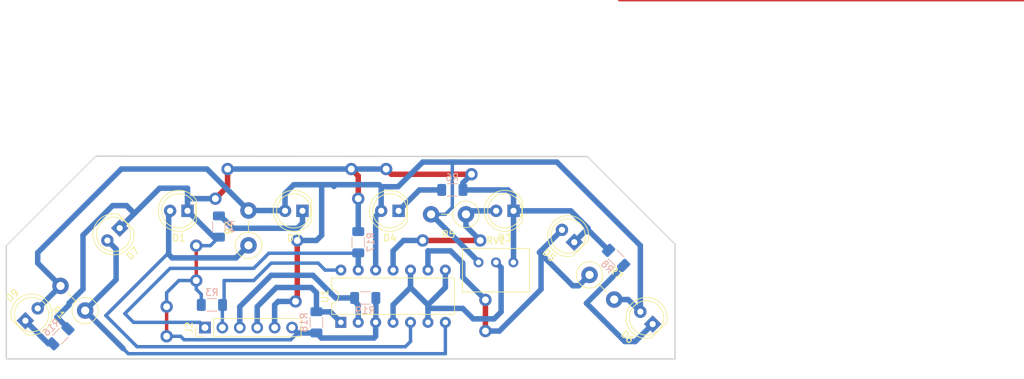
<source format=kicad_pcb>
(kicad_pcb (version 20221018) (generator pcbnew)
  (layers (0 "F.Cu" signal) (31 "B.Cu" signal) (34 "B.Paste" user) (35 "F.Paste" user) (36 "B.SilkS" user "B.Silkscreen") (37 "F.SilkS" user "F.Silkscreen") (38 "B.Mask" user) (39 "F.Mask" user) (44 "Edge.Cuts" user))
  (net 0 "")
  (net 1 "+5V")
  (net 2 "GND")
  (net 3 "Net-(D6-K)")
  (net 4 "Net-(D9-K)")
  (net 5 "/D4")
  (net 6 "/D3")
  (net 7 "/D2")
  (net 8 "/D1")
  (net 9 "Net-(J2-Pin_1)")
  (net 10 "Net-(J2-Pin_2)")
  (net 11 "Net-(J2-Pin_3)")
  (net 12 "Net-(J2-Pin_4)")
  (net 13 "Net-(U1A--)")
  (net 14 "Net-(D2-K)")
  (net 15 "Net-(D4-K)")
  (footprint "LED_THT:LED_D5.0mm" (layer "F.Cu") (at 95.793 84.582 180)
    (fp_text reference "D3" (at 1.27 -3.96) (layer "F.SilkS"))
    (fp_text value "IR RECEIVER")
    (fp_line (start -1.29 -1.545) (end -1.29 1.545) (stroke (width 0.12)) (layer "F.SilkS"))
    (fp_arc (start -1.29 -1.54483) (mid 2.072002 -2.880433) (end 4.26 0.000462) (stroke (width 0.12)) (layer "F.SilkS"))
    (fp_arc (start 4.26 -0.000462) (mid 2.072002 2.880433) (end -1.29 1.54483) (stroke (width 0.12)) (layer "F.SilkS"))
    (fp_circle (center 1.27 0) (end 3.77 0) (stroke (width 0.12)) (fill none) (layer "F.SilkS"))
    (pad "1" thru_hole rect (at 0 0 180) (size 1.8 1.8) (drill 0.9) (layers "*.Cu" "*.Mask") (net 1 "+5V"))
    (pad "2" thru_hole circle (at 2.54 0 180) (size 1.8 1.8) (drill 0.9) (layers "*.Cu" "*.Mask") (net 6 "/D3"))
  )
  (footprint "LED_THT:LED_D5.0mm" (layer "F.Cu") (at 48.26 84.582 180)
    (fp_text reference "D1" (at 1.27 -3.96) (layer "F.SilkS"))
    (fp_text value "IR RECEIVER")
    (fp_line (start -1.29 -1.545) (end -1.29 1.545) (stroke (width 0.12)) (layer "F.SilkS"))
    (fp_arc (start -1.29 -1.54483) (mid 2.072002 -2.880433) (end 4.26 0.000462) (stroke (width 0.12)) (layer "F.SilkS"))
    (fp_arc (start 4.26 -0.000462) (mid 2.072002 2.880433) (end -1.29 1.54483) (stroke (width 0.12)) (layer "F.SilkS"))
    (fp_circle (center 1.27 0) (end 3.77 0) (stroke (width 0.12)) (fill none) (layer "F.SilkS"))
    (pad "1" thru_hole rect (at 0 0 180) (size 1.8 1.8) (drill 0.9) (layers "*.Cu" "*.Mask") (net 1 "+5V"))
    (pad "2" thru_hole circle (at 2.54 0 180) (size 1.8 1.8) (drill 0.9) (layers "*.Cu" "*.Mask") (net 7 "/D2"))
  )
  (footprint "Package_DIP:DIP-14_W7.62mm" (layer "F.Cu") (at 70.612 100.838 90)
    (fp_text reference "U1" (at 3.81 -2.33 90) (layer "F.SilkS"))
    (fp_text value "LM339")
    (fp_line (start 1.16 -1.33) (end 1.16 16.57) (stroke (width 0.12)) (layer "F.SilkS"))
    (fp_line (start 1.16 16.57) (end 6.46 16.57) (stroke (width 0.12)) (layer "F.SilkS"))
    (fp_line (start 2.81 -1.33) (end 1.16 -1.33) (stroke (width 0.12)) (layer "F.SilkS"))
    (fp_line (start 6.46 -1.33) (end 4.81 -1.33) (stroke (width 0.12)) (layer "F.SilkS"))
    (fp_line (start 6.46 16.57) (end 6.46 -1.33) (stroke (width 0.12)) (layer "F.SilkS"))
    (fp_arc (start 4.81 -1.33) (mid 3.81 -0.33) (end 2.81 -1.33) (stroke (width 0.12)) (layer "F.SilkS"))
    (pad "1" thru_hole rect (at 0 0 90) (size 1.6 1.6) (drill 0.8) (layers "*.Cu" "*.Mask") (net 12 "Net-(J2-Pin_4)"))
    (pad "2" thru_hole oval (at 0 2.54 90) (size 1.6 1.6) (drill 0.8) (layers "*.Cu" "*.Mask") (net 11 "Net-(J2-Pin_3)"))
    (pad "3" thru_hole oval (at 0 5.08 90) (size 1.6 1.6) (drill 0.8) (layers "*.Cu" "*.Mask") (net 1 "+5V"))
    (pad "4" thru_hole oval (at 0 7.62 90) (size 1.6 1.6) (drill 0.8) (layers "*.Cu" "*.Mask") (net 13 "Net-(U1A--)"))
    (pad "5" thru_hole oval (at 0 10.16 90) (size 1.6 1.6) (drill 0.8) (layers "*.Cu" "*.Mask") (net 7 "/D2"))
    (pad "6" thru_hole oval (at 0 12.7 90) (size 1.6 1.6) (drill 0.8) (layers "*.Cu" "*.Mask") (net 13 "Net-(U1A--)"))
    (pad "7" thru_hole oval (at 0 15.24 90) (size 1.6 1.6) (drill 0.8) (layers "*.Cu" "*.Mask") (net 8 "/D1"))
    (pad "8" thru_hole oval (at 7.62 15.24 90) (size 1.6 1.6) (drill 0.8) (layers "*.Cu" "*.Mask") (net 13 "Net-(U1A--)"))
    (pad "9" thru_hole oval (at 7.62 12.7 90) (size 1.6 1.6) (drill 0.8) (layers "*.Cu" "*.Mask") (net 5 "/D4"))
    (pad "10" thru_hole oval (at 7.62 10.16 90) (size 1.6 1.6) (drill 0.8) (layers "*.Cu" "*.Mask") (net 13 "Net-(U1A--)"))
    (pad "11" thru_hole oval (at 7.62 7.62 90) (size 1.6 1.6) (drill 0.8) (layers "*.Cu" "*.Mask") (net 6 "/D3"))
    (pad "12" thru_hole oval (at 7.62 5.08 90) (size 1.6 1.6) (drill 0.8) (layers "*.Cu" "*.Mask") (net 2 "GND"))
    (pad "13" thru_hole oval (at 7.62 2.54 90) (size 1.6 1.6) (drill 0.8) (layers "*.Cu" "*.Mask") (net 9 "Net-(J2-Pin_1)"))
    (pad "14" thru_hole oval (at 7.62 0 90) (size 1.6 1.6) (drill 0.8) (layers "*.Cu" "*.Mask") (net 10 "Net-(J2-Pin_2)"))
  )
  (footprint "Resistor_THT:R_Axial_DIN0411_L9.9mm_D3.6mm_P5.08mm_Vertical" (layer "F.Cu") (at 57.15 89.616 90)
    (fp_text reference "R2" (at 2.54 -2.92 90) (layer "F.SilkS"))
    (fp_text value "10k")
    (fp_line (start 1.92 0) (end 3.58 0) (stroke (width 0.12)) (layer "F.SilkS"))
    (fp_circle (center 0 0) (end 1.92 0) (stroke (width 0.12)) (fill none) (layer "F.SilkS"))
    (pad "1" thru_hole circle (at 0 0 90) (size 2.4 2.4) (drill 1.2) (layers "*.Cu" "*.Mask") (net 7 "/D2"))
    (pad "2" thru_hole oval (at 5.08 0 90) (size 2.4 2.4) (drill 1.2) (layers "*.Cu" "*.Mask") (net 2 "GND"))
  )
  (footprint "Resistor_THT:R_Axial_DIN0411_L9.9mm_D3.6mm_P5.08mm_Vertical" (layer "F.Cu") (at 33.333919 99.119919 135)
    (fp_text reference "R1" (at 2.54 -2.92 135) (layer "F.SilkS"))
    (fp_text value "10k")
    (fp_line (start 1.92 0) (end 3.58 0) (stroke (width 0.12)) (layer "F.SilkS"))
    (fp_circle (center 0 0) (end 1.92 0) (stroke (width 0.12)) (fill none) (layer "F.SilkS"))
    (pad "1" thru_hole circle (at 0 0 135) (size 2.4 2.4) (drill 1.2) (layers "*.Cu" "*.Mask") (net 8 "/D1"))
    (pad "2" thru_hole oval (at 5.08 0 135) (size 2.4 2.4) (drill 1.2) (layers "*.Cu" "*.Mask") (net 2 "GND"))
  )
  (footprint "LED_THT:LED_D5.0mm" (layer "F.Cu") (at 65.019 84.582 180)
    (fp_text reference "D2" (at 1.27 -3.96) (layer "F.SilkS"))
    (fp_text value "IR TRANSMITTER")
    (fp_line (start -1.29 -1.545) (end -1.29 1.545) (stroke (width 0.12)) (layer "F.SilkS"))
    (fp_arc (start -1.29 -1.54483) (mid 2.072002 -2.880433) (end 4.26 0.000462) (stroke (width 0.12)) (layer "F.SilkS"))
    (fp_arc (start 4.26 -0.000462) (mid 2.072002 2.880433) (end -1.29 1.54483) (stroke (width 0.12)) (layer "F.SilkS"))
    (fp_circle (center 1.27 0) (end 3.77 0) (stroke (width 0.12)) (fill none) (layer "F.SilkS"))
    (pad "1" thru_hole rect (at 0 0 180) (size 1.8 1.8) (drill 0.9) (layers "*.Cu" "*.Mask") (net 14 "Net-(D2-K)"))
    (pad "2" thru_hole circle (at 2.54 0 180) (size 1.8 1.8) (drill 0.9) (layers "*.Cu" "*.Mask") (net 2 "GND"))
  )
  (footprint "LED_THT:LED_D5.0mm" (layer "F.Cu") (at 24.619949 100.602051 45)
    (fp_text reference "D9" (at 1.27 -3.96 45) (layer "F.SilkS"))
    (fp_text value "IR TRANSMITTER")
    (fp_line (start -1.29 -1.545) (end -1.29 1.545) (stroke (width 0.12)) (layer "F.SilkS"))
    (fp_arc (start -1.29 -1.54483) (mid 2.072002 -2.880433) (end 4.26 0.000462) (stroke (width 0.12)) (layer "F.SilkS"))
    (fp_arc (start 4.26 -0.000462) (mid 2.072001 2.880433) (end -1.29 1.54483) (stroke (width 0.12)) (layer "F.SilkS"))
    (fp_circle (center 1.27 0) (end 3.77 0) (stroke (width 0.12)) (fill none) (layer "F.SilkS"))
    (pad "1" thru_hole rect (at 0 0 45) (size 1.8 1.8) (drill 0.9) (layers "*.Cu" "*.Mask") (net 4 "Net-(D9-K)"))
    (pad "2" thru_hole circle (at 2.54 0 45) (size 1.8 1.8) (drill 0.9) (layers "*.Cu" "*.Mask") (net 2 "GND"))
  )
  (footprint "Resistor_THT:R_Axial_DIN0411_L9.9mm_D3.6mm_P5.08mm_Vertical" (layer "F.Cu") (at 106.874081 93.920081 -45)
    (fp_text reference "R7" (at 2.54 -2.92 135) (layer "F.SilkS"))
    (fp_text value "10k")
    (fp_line (start 1.92 0) (end 3.58 0) (stroke (width 0.12)) (layer "F.SilkS"))
    (fp_circle (center 0 0) (end 1.92 0) (stroke (width 0.12)) (fill none) (layer "F.SilkS"))
    (pad "1" thru_hole circle (at 0 0 315) (size 2.4 2.4) (drill 1.2) (layers "*.Cu" "*.Mask") (net 5 "/D4"))
    (pad "2" thru_hole oval (at 5.08 0 315) (size 2.4 2.4) (drill 1.2) (layers "*.Cu" "*.Mask") (net 2 "GND"))
  )
  (footprint "LED_THT:LED_D5.0mm" (layer "F.Cu") (at 104.648 89.154 135)
    (fp_text reference "D5" (at 1.27 -3.96 135) (layer "F.SilkS"))
    (fp_text value "IR RECEIVER")
    (fp_line (start -1.29 -1.545) (end -1.29 1.545) (stroke (width 0.12)) (layer "F.SilkS"))
    (fp_arc (start -1.29 -1.54483) (mid 2.072002 -2.880433) (end 4.26 0.000462) (stroke (width 0.12)) (layer "F.SilkS"))
    (fp_arc (start 4.26 -0.000462) (mid 2.072001 2.880433) (end -1.29 1.54483) (stroke (width 0.12)) (layer "F.SilkS"))
    (fp_circle (center 1.27 0) (end 3.77 0) (stroke (width 0.12)) (fill none) (layer "F.SilkS"))
    (pad "1" thru_hole rect (at 0 0 135) (size 1.8 1.8) (drill 0.9) (layers "*.Cu" "*.Mask") (net 1 "+5V"))
    (pad "2" thru_hole circle (at 2.54 0 135) (size 1.8 1.8) (drill 0.9) (layers "*.Cu" "*.Mask") (net 5 "/D4"))
  )
  (footprint "Potentiometer_THT:Potentiometer_Bourns_3299W_Vertical" (layer "F.Cu") (at 95.768 92.093)
    (fp_text reference "RV1" (at -2.54 -3.16) (layer "F.SilkS"))
    (fp_text value "R_Potentiometer")
    (fp_line (start -7.425 -2.03) (end -7.425 4.31) (stroke (width 0.12)) (layer "F.SilkS"))
    (fp_line (start -7.425 -2.03) (end 2.345 -2.03) (stroke (width 0.12)) (layer "F.SilkS"))
    (fp_line (start -7.425 4.31) (end 2.345 4.31) (stroke (width 0.12)) (layer "F.SilkS"))
    (fp_line (start 2.345 -2.03) (end 2.345 4.31) (stroke (width 0.12)) (layer "F.SilkS"))
    (pad "1" thru_hole circle (at 0 0) (size 1.44 1.44) (drill 0.8) (layers "*.Cu" "*.Mask") (net 1 "+5V"))
    (pad "2" thru_hole circle (at -2.54 0) (size 1.44 1.44) (drill 0.8) (layers "*.Cu" "*.Mask") (net 13 "Net-(U1A--)"))
    (pad "3" thru_hole circle (at -5.08 0) (size 1.44 1.44) (drill 0.8) (layers "*.Cu" "*.Mask") (net 2 "GND"))
  )
  (footprint "LED_THT:LED_D5.0mm" (layer "F.Cu") (at 79.034 84.582 180)
    (fp_text reference "D4" (at 1.27 -3.96) (layer "F.SilkS"))
    (fp_text value "IR TRANSMITTER")
    (fp_line (start -1.29 -1.545) (end -1.29 1.545) (stroke (width 0.12)) (layer "F.SilkS"))
    (fp_arc (start -1.29 -1.54483) (mid 2.072002 -2.880433) (end 4.26 0.000462) (stroke (width 0.12)) (layer "F.SilkS"))
    (fp_arc (start 4.26 -0.000462) (mid 2.072002 2.880433) (end -1.29 1.54483) (stroke (width 0.12)) (layer "F.SilkS"))
    (fp_circle (center 1.27 0) (end 3.77 0) (stroke (width 0.12)) (fill none) (layer "F.SilkS"))
    (pad "1" thru_hole rect (at 0 0 180) (size 1.8 1.8) (drill 0.9) (layers "*.Cu" "*.Mask") (net 15 "Net-(D4-K)"))
    (pad "2" thru_hole circle (at 2.54 0 180) (size 1.8 1.8) (drill 0.9) (layers "*.Cu" "*.Mask") (net 2 "GND"))
  )
  (footprint "LED_THT:LED_D5.0mm" (layer "F.Cu") (at 38.372051 87.103949 -135)
    (fp_text reference "D7" (at 1.27 -3.96 45) (layer "F.SilkS"))
    (fp_text value "IR RECEIVER")
    (fp_line (start -1.29 -1.545) (end -1.29 1.545) (stroke (width 0.12)) (layer "F.SilkS"))
    (fp_arc (start -1.29 -1.54483) (mid 2.072002 -2.880433) (end 4.26 0.000462) (stroke (width 0.12)) (layer "F.SilkS"))
    (fp_arc (start 4.26 -0.000462) (mid 2.072001 2.880433) (end -1.29 1.54483) (stroke (width 0.12)) (layer "F.SilkS"))
    (fp_circle (center 1.27 0) (end 3.77 0) (stroke (width 0.12)) (fill none) (layer "F.SilkS"))
    (pad "1" thru_hole rect (at 0 0 225) (size 1.8 1.8) (drill 0.9) (layers "*.Cu" "*.Mask") (net 1 "+5V"))
    (pad "2" thru_hole circle (at 2.54 0 225) (size 1.8 1.8) (drill 0.9) (layers "*.Cu" "*.Mask") (net 8 "/D1"))
  )
  (footprint "Resistor_THT:R_Axial_DIN0411_L9.9mm_D3.6mm_P5.08mm_Vertical" (layer "F.Cu") (at 88.854 85.09 180)
    (fp_text reference "R5" (at 2.54 -2.92) (layer "F.SilkS"))
    (fp_text value "10k")
    (fp_line (start 1.92 0) (end 3.58 0) (stroke (width 0.12)) (layer "F.SilkS"))
    (fp_circle (center 0 0) (end 1.92 0) (stroke (width 0.12)) (fill none) (layer "F.SilkS"))
    (pad "1" thru_hole circle (at 0 0 180) (size 2.4 2.4) (drill 1.2) (layers "*.Cu" "*.Mask") (net 6 "/D3"))
    (pad "2" thru_hole oval (at 5.08 0 180) (size 2.4 2.4) (drill 1.2) (layers "*.Cu" "*.Mask") (net 2 "GND"))
  )
  (footprint "LED_THT:LED_D5.0mm" (layer "F.Cu") (at 116.078 101.092 135)
    (fp_text reference "D6" (at 1.27 -3.96 135) (layer "F.SilkS"))
    (fp_text value "IR TRANSMITTER")
    (fp_line (start -1.29 -1.545) (end -1.29 1.545) (stroke (width 0.12)) (layer "F.SilkS"))
    (fp_arc (start -1.29 -1.54483) (mid 2.072002 -2.880433) (end 4.26 0.000462) (stroke (width 0.12)) (layer "F.SilkS"))
    (fp_arc (start 4.26 -0.000462) (mid 2.072001 2.880433) (end -1.29 1.54483) (stroke (width 0.12)) (layer "F.SilkS"))
    (fp_circle (center 1.27 0) (end 3.77 0) (stroke (width 0.12)) (fill none) (layer "F.SilkS"))
    (pad "1" thru_hole rect (at 0 0 135) (size 1.8 1.8) (drill 0.9) (layers "*.Cu" "*.Mask") (net 3 "Net-(D6-K)"))
    (pad "2" thru_hole circle (at 2.54 0 135) (size 1.8 1.8) (drill 0.9) (layers "*.Cu" "*.Mask") (net 2 "GND"))
  )
  (footprint "Connector_PinHeader_2.54mm:PinHeader_1x06_P2.54mm_Vertical" (layer "F.Cu") (at 50.8 101.6 90)
    (fp_text reference "J2" (at 0 -2.33 90) (layer "F.SilkS"))
    (fp_text value "Conn_01x06_Pin")
    (fp_line (start -1.33 -1.33) (end 0 -1.33) (stroke (width 0.12)) (layer "F.SilkS"))
    (fp_line (start -1.33 0) (end -1.33 -1.33) (stroke (width 0.12)) (layer "F.SilkS"))
    (fp_line (start -1.33 1.27) (end -1.33 14.03) (stroke (width 0.12)) (layer "F.SilkS"))
    (fp_line (start -1.33 1.27) (end 1.33 1.27) (stroke (width 0.12)) (layer "F.SilkS"))
    (fp_line (start -1.33 14.03) (end 1.33 14.03) (stroke (width 0.12)) (layer "F.SilkS"))
    (fp_line (start 1.33 1.27) (end 1.33 14.03) (stroke (width 0.12)) (layer "F.SilkS"))
    (pad "1" thru_hole rect (at 0 0 90) (size 1.7 1.7) (drill 1) (layers "*.Cu" "*.Mask") (net 9 "Net-(J2-Pin_1)"))
    (pad "2" thru_hole oval (at 0 2.54 90) (size 1.7 1.7) (drill 1) (layers "*.Cu" "*.Mask") (net 10 "Net-(J2-Pin_2)"))
    (pad "3" thru_hole oval (at 0 5.08 90) (size 1.7 1.7) (drill 1) (layers "*.Cu" "*.Mask") (net 11 "Net-(J2-Pin_3)"))
    (pad "4" thru_hole oval (at 0 7.62 90) (size 1.7 1.7) (drill 1) (layers "*.Cu" "*.Mask") (net 12 "Net-(J2-Pin_4)"))
    (pad "5" thru_hole oval (at 0 10.16 90) (size 1.7 1.7) (drill 1) (layers "*.Cu" "*.Mask") (net 2 "GND"))
    (pad "6" thru_hole oval (at 0 12.7 90) (size 1.7 1.7) (drill 1) (layers "*.Cu" "*.Mask") (net 1 "+5V"))
  )
  (footprint "Resistor_SMD:R_1206_3216Metric_Pad1.30x1.75mm_HandSolder" (layer "B.Cu") (at 51.816 98.298 180)
    (fp_text reference "R3" (at 0 1.82) (layer "B.SilkS") (effects (justify mirror)))
    (fp_text value "1k")
    (fp_line (start -0.727064 -0.91) (end 0.727064 -0.91) (stroke (width 0.12)) (layer "B.SilkS"))
    (fp_line (start -0.727064 0.91) (end 0.727064 0.91) (stroke (width 0.12)) (layer "B.SilkS"))
    (pad "1" smd roundrect (at -1.55 0 180) (size 1.3 1.75) (layers "B.Cu" "B.Paste" "B.Mask") (roundrect_rratio 0.192308) (net 10 "Net-(J2-Pin_2)"))
    (pad "2" smd roundrect (at 1.55 0 180) (size 1.3 1.75) (layers "B.Cu" "B.Paste" "B.Mask") (roundrect_rratio 0.192308) (net 1 "+5V"))
  )
  (footprint "Resistor_SMD:R_1206_3216Metric_Pad1.30x1.75mm_HandSolder" (layer "B.Cu") (at 52.832 86.868 90)
    (fp_text reference "R4" (at 0 1.82 90) (layer "B.SilkS") (effects (justify mirror)))
    (fp_text value "100")
    (fp_line (start -0.727064 -0.91) (end 0.727064 -0.91) (stroke (width 0.12)) (layer "B.SilkS"))
    (fp_line (start -0.727064 0.91) (end 0.727064 0.91) (stroke (width 0.12)) (layer "B.SilkS"))
    (pad "1" smd roundrect (at -1.55 0 90) (size 1.3 1.75) (layers "B.Cu" "B.Paste" "B.Mask") (roundrect_rratio 0.192308) (net 1 "+5V"))
    (pad "2" smd roundrect (at 1.55 0 90) (size 1.3 1.75) (layers "B.Cu" "B.Paste" "B.Mask") (roundrect_rratio 0.192308) (net 14 "Net-(D2-K)"))
  )
  (footprint "Resistor_SMD:R_1206_3216Metric_Pad1.30x1.75mm_HandSolder" (layer "B.Cu") (at 110.744 91.44 -45)
    (fp_text reference "R8" (at 0 1.82 135) (layer "B.SilkS") (effects (justify mirror)))
    (fp_text value "100")
    (fp_line (start -0.727064 -0.91) (end 0.727064 -0.91) (stroke (width 0.12)) (layer "B.SilkS"))
    (fp_line (start -0.727064 0.91) (end 0.727064 0.91) (stroke (width 0.12)) (layer "B.SilkS"))
    (pad "1" smd roundrect (at -1.55 0 315) (size 1.3 1.75) (layers "B.Cu" "B.Paste" "B.Mask") (roundrect_rratio 0.192308) (net 1 "+5V"))
    (pad "2" smd roundrect (at 1.55 0 315) (size 1.3 1.75) (layers "B.Cu" "B.Paste" "B.Mask") (roundrect_rratio 0.192308) (net 3 "Net-(D6-K)"))
  )
  (footprint "Resistor_SMD:R_1206_3216Metric_Pad1.30x1.75mm_HandSolder" (layer "B.Cu") (at 67.056 100.838 -90)
    (fp_text reference "R18" (at 0 1.82 90) (layer "B.SilkS") (effects (justify mirror)))
    (fp_text value "1k")
    (fp_line (start -0.727064 -0.91) (end 0.727064 -0.91) (stroke (width 0.12)) (layer "B.SilkS"))
    (fp_line (start -0.727064 0.91) (end 0.727064 0.91) (stroke (width 0.12)) (layer "B.SilkS"))
    (pad "1" smd roundrect (at -1.55 0 270) (size 1.3 1.75) (layers "B.Cu" "B.Paste" "B.Mask") (roundrect_rratio 0.192308) (net 12 "Net-(J2-Pin_4)"))
    (pad "2" smd roundrect (at 1.55 0 270) (size 1.3 1.75) (layers "B.Cu" "B.Paste" "B.Mask") (roundrect_rratio 0.192308) (net 1 "+5V"))
  )
  (footprint "Resistor_SMD:R_1206_3216Metric_Pad1.30x1.75mm_HandSolder" (layer "B.Cu") (at 73.152 89.154 90)
    (fp_text reference "R17" (at 0 1.82 90) (layer "B.SilkS") (effects (justify mirror)))
    (fp_text value "1k")
    (fp_line (start -0.727064 -0.91) (end 0.727064 -0.91) (stroke (width 0.12)) (layer "B.SilkS"))
    (fp_line (start -0.727064 0.91) (end 0.727064 0.91) (stroke (width 0.12)) (layer "B.SilkS"))
    (pad "1" smd roundrect (at -1.55 0 90) (size 1.3 1.75) (layers "B.Cu" "B.Paste" "B.Mask") (roundrect_rratio 0.192308) (net 9 "Net-(J2-Pin_1)"))
    (pad "2" smd roundrect (at 1.55 0 90) (size 1.3 1.75) (layers "B.Cu" "B.Paste" "B.Mask") (roundrect_rratio 0.192308) (net 1 "+5V"))
  )
  (footprint "Resistor_SMD:R_1206_3216Metric_Pad1.30x1.75mm_HandSolder" (layer "B.Cu") (at 74.168 97.282)
    (fp_text reference "R19" (at 0 1.82) (layer "B.SilkS") (effects (justify mirror)))
    (fp_text value "1k")
    (fp_line (start -0.727064 -0.91) (end 0.727064 -0.91) (stroke (width 0.12)) (layer "B.SilkS"))
    (fp_line (start -0.727064 0.91) (end 0.727064 0.91) (stroke (width 0.12)) (layer "B.SilkS"))
    (pad "1" smd roundrect (at -1.55 0) (size 1.3 1.75) (layers "B.Cu" "B.Paste" "B.Mask") (roundrect_rratio 0.192308) (net 11 "Net-(J2-Pin_3)"))
    (pad "2" smd roundrect (at 1.55 0) (size 1.3 1.75) (layers "B.Cu" "B.Paste" "B.Mask") (roundrect_rratio 0.192308) (net 1 "+5V"))
  )
  (footprint "Resistor_SMD:R_1206_3216Metric_Pad1.30x1.75mm_HandSolder" (layer "B.Cu") (at 29.718 102.87 -135)
    (fp_text reference "R16" (at 0 1.82 45) (layer "B.SilkS") (effects (justify mirror)))
    (fp_text value "100")
    (fp_line (start -0.727064 -0.91) (end 0.727064 -0.91) (stroke (width 0.12)) (layer "B.SilkS"))
    (fp_line (start -0.727064 0.91) (end 0.727064 0.91) (stroke (width 0.12)) (layer "B.SilkS"))
    (pad "1" smd roundrect (at -1.55 0 225) (size 1.3 1.75) (layers "B.Cu" "B.Paste" "B.Mask") (roundrect_rratio 0.192308) (net 1 "+5V"))
    (pad "2" smd roundrect (at 1.55 0 225) (size 1.3 1.75) (layers "B.Cu" "B.Paste" "B.Mask") (roundrect_rratio 0.192308) (net 4 "Net-(D9-K)"))
  )
  (footprint "Resistor_SMD:R_1206_3216Metric_Pad1.30x1.75mm_HandSolder" (layer "B.Cu") (at 86.868 81.534 180)
    (fp_text reference "R6" (at 0 1.82) (layer "B.SilkS") (effects (justify mirror)))
    (fp_text value "100")
    (fp_line (start -0.727064 -0.91) (end 0.727064 -0.91) (stroke (width 0.12)) (layer "B.SilkS"))
    (fp_line (start -0.727064 0.91) (end 0.727064 0.91) (stroke (width 0.12)) (layer "B.SilkS"))
    (pad "1" smd roundrect (at -1.55 0 180) (size 1.3 1.75) (layers "B.Cu" "B.Paste" "B.Mask") (roundrect_rratio 0.192308) (net 1 "+5V"))
    (pad "2" smd roundrect (at 1.55 0 180) (size 1.3 1.75) (layers "B.Cu" "B.Paste" "B.Mask") (roundrect_rratio 0.192308) (net 15 "Net-(D4-K)"))
  )
  (gr_line locked (start 170.14 53.94) (end 111.14 53.94) (stroke (width 0.2)) (layer "F.Cu"))
  (gr_line (start 100.61 106.172) (end 40.64 106.172) (stroke (width 0.2)) (layer "Edge.Cuts"))
  (gr_line (start 23.114 106.172) (end 40.62375 106.172) (stroke (width 0.2)) (layer "Edge.Cuts"))
  (gr_line (start 119.3425 106.172) (end 119.3425 89.408) (stroke (width 0.2)) (layer "Edge.Cuts"))
  (gr_line (start 34.885988 76.611262) (end 106.570988 76.666262) (stroke (width 0.2)) (layer "Edge.Cuts"))
  (gr_line (start 34.885988 76.611262) (end 21.83525 89.662) (stroke (width 0.2)) (layer "Edge.Cuts"))
  (gr_line (start 100.584 106.172) (end 119.3425 106.172) (stroke (width 0.2)) (layer "Edge.Cuts"))
  (gr_line (start 21.83525 106.172) (end 21.83525 89.662) (stroke (width 0.2)) (layer "Edge.Cuts"))
  (gr_line (start 40.6075 106.172) (end 40.6075 106.172) (stroke (width 0.1)) (layer "Edge.Cuts"))
  (gr_line (start 21.83525 106.172) (end 23.10525 106.172) (stroke (width 0.2)) (layer "Edge.Cuts"))
  (gr_line (start 119.3425 106.172) (end 119.3425 106.172) (stroke (width 0.2)) (layer "Edge.Cuts"))
  (gr_line (start 119.3425 89.4525) (end 106.55 76.66) (stroke (width 0.2)) (layer "Edge.Cuts"))
  (segment (start 54.102 81.026) (end 52.324 82.804) (width 0.8) (layer "F.Cu") (net 1))
  (segment (start 73.152 82.804) (end 73.152 79.502) (width 0.8) (layer "F.Cu") (net 1))
  (segment (start 54.102 78.486) (end 54.102 81.026) (width 0.8) (layer "F.Cu") (net 1))
  (segment (start 45.212 98.552) (end 45.212 102.87) (width 0.5) (layer "F.Cu") (net 1))
  (segment (start 77.978 79.248) (end 77.216 78.486) (width 0.8) (layer "F.Cu") (net 1))
  (segment (start 89.662 79.248) (end 77.978 79.248) (width 0.8) (layer "F.Cu") (net 1))
  (segment (start 73.152 79.502) (end 72.136 78.486) (width 0.8) (layer "F.Cu") (net 1))
  (segment (start 49.53 94.742) (end 49.53 89.662) (width 0.5) (layer "F.Cu") (net 1))
  (via (at 89.662 79.248) (size 1.8) (drill 1) (layers "F.Cu" "B.Cu") (net 1))
  (via (at 54.102 78.486) (size 1.8) (drill 1) (layers "F.Cu" "B.Cu") (net 1))
  (via (at 45.212 102.87) (size 1.8) (drill 1) (layers "F.Cu" "B.Cu") (net 1))
  (via (at 45.212 98.552) (size 1.8) (drill 1) (layers "F.Cu" "B.Cu") (net 1))
  (via (at 73.152 82.804) (size 1.8) (drill 1) (layers "F.Cu" "B.Cu") (net 1))
  (via (at 49.53 89.662) (size 1.8) (drill 1) (layers "F.Cu" "B.Cu") (net 1))
  (via (at 52.324 82.804) (size 1.8) (drill 1) (layers "F.Cu" "B.Cu") (net 1))
  (via (at 72.136 78.486) (size 1.8) (drill 1) (layers "F.Cu" "B.Cu") (net 1))
  (via (at 49.53 94.742) (size 1.8) (drill 1) (layers "F.Cu" "B.Cu") (net 1))
  (via (at 77.216 78.486) (size 1.8) (drill 1) (layers "F.Cu" "B.Cu") (net 1))
  (segment (start 95.793 82.331) (end 95.793 84.582) (width 0.8) (layer "B.Cu") (net 1))
  (segment (start 45.212 102.87) (end 47.244 102.87) (width 0.5) (layer "B.Cu") (net 1))
  (segment (start 104.14 84.582) (end 95.793 84.582) (width 0.8) (layer "B.Cu") (net 1))
  (segment (start 37.338 83.82) (end 39.37 83.82) (width 0.8) (layer "B.Cu") (net 1))
  (segment (start 75.718 97.282) (end 75.718 100.812) (width 0.8) (layer "B.Cu") (net 1))
  (segment (start 49.53 89.662) (end 51.588 89.662) (width 0.5) (layer "B.Cu") (net 1))
  (segment (start 106.934 87.63) (end 106.172 87.63) (width 0.8) (layer "B.Cu") (net 1))
  (segment (start 75.692 102.87) (end 75.438 103.124) (width 0.8) (layer "B.Cu") (net 1))
  (segment (start 77.216 78.486) (end 72.136 78.486) (width 0.8) (layer "B.Cu") (net 1))
  (segment (start 33.02 96.012) (end 33.02 88.138) (width 0.8) (layer "B.Cu") (net 1))
  (segment (start 95.793 92.068) (end 95.793 84.582) (width 0.8) (layer "B.Cu") (net 1))
  (segment (start 48.514 82.804) (end 48.26 82.55) (width 0.8) (layer "B.Cu") (net 1))
  (segment (start 45.212 96.52) (end 46.99 94.742) (width 0.5) (layer "B.Cu") (net 1))
  (segment (start 30.988 98.044) (end 33.02 96.012) (width 0.8) (layer "B.Cu") (net 1))
  (segment (start 52.096 88.418) (end 48.26 84.582) (width 0.8) (layer "B.Cu") (net 1))
  (segment (start 75.438 103.124) (end 67.792 103.124) (width 0.8) (layer "B.Cu") (net 1))
  (segment (start 48.26 82.55) (end 48.26 81.28) (width 0.8) (layer "B.Cu") (net 1))
  (segment (start 89.662 79.248) (end 88.418 80.492) (width 0.8) (layer "B.Cu") (net 1))
  (segment (start 47.244 102.87) (end 47.752 103.378) (width 0.5) (layer "B.Cu") (net 1))
  (segment (start 67.056 102.388) (end 64.288 102.388) (width 0.8) (layer "B.Cu") (net 1))
  (segment (start 40.513 84.963) (end 38.372051 87.103949) (width 0.8) (layer "B.Cu") (net 1))
  (segment (start 45.212 98.552) (end 45.212 96.52) (width 0.5) (layer "B.Cu") (net 1))
  (segment (start 49.53 96.012) (end 50.266 96.748) (width 0.5) (layer "B.Cu") (net 1))
  (segment (start 29.21 100.076) (end 30.988 98.298) (width 0.8) (layer "B.Cu") (net 1))
  (segment (start 75.718 100.812) (end 75.692 100.838) (width 0.8) (layer "B.Cu") (net 1))
  (segment (start 88.418 80.492) (end 88.418 81.534) (width 0.8) (layer "B.Cu") (net 1))
  (segment (start 30.988 98.298) (end 30.988 98.044) (width 0.8) (layer "B.Cu") (net 1))
  (segment (start 106.68 87.122) (end 104.14 84.582) (width 0.8) (layer "B.Cu") (net 1))
  (segment (start 63.298 103.378) (end 64.288 102.388) (width 0.5) (layer "B.Cu") (net 1))
  (segment (start 48.26 81.28) (end 44.196 81.28) (width 0.8) (layer "B.Cu") (net 1))
  (segment (start 52.324 82.804) (end 48.514 82.804) (width 0.8) (layer "B.Cu") (net 1))
  (segment (start 39.37 83.82) (end 40.513 84.963) (width 0.8) (layer "B.Cu") (net 1))
  (segment (start 50.266 96.748) (end 50.266 98.298) (width 0.5) (layer "B.Cu") (net 1))
  (segment (start 106.172 87.63) (end 106.68 87.122) (width 0.8) (layer "B.Cu") (net 1))
  (segment (start 46.99 94.742) (end 49.53 94.742) (width 0.5) (layer "B.Cu") (net 1))
  (segment (start 47.752 103.378) (end 63.298 103.378) (width 0.5) (layer "B.Cu") (net 1))
  (segment (start 72.136 78.486) (end 54.102 78.486) (width 0.8) (layer "B.Cu") (net 1))
  (segment (start 51.588 89.662) (end 52.832 88.418) (width 0.5) (layer "B.Cu") (net 1))
  (segment (start 95.768 92.093) (end 95.793 92.068) (width 0.8) (layer "B.Cu") (net 1))
  (segment (start 52.832 88.418) (end 52.096 88.418) (width 0.8) (layer "B.Cu") (net 1))
  (segment (start 94.996 81.534) (end 95.793 82.331) (width 0.8) (layer "B.Cu") (net 1))
  (segment (start 48.26 84.582) (end 48.26 82.55) (width 0.8) (layer "B.Cu") (net 1))
  (segment (start 109.647984 90.343984) (end 106.934 87.63) (width 0.8) (layer "B.Cu") (net 1))
  (segment (start 75.692 100.838) (end 75.692 102.87) (width 0.8) (layer "B.Cu") (net 1))
  (segment (start 44.196 81.28) (end 40.513 84.963) (width 0.8) (layer "B.Cu") (net 1))
  (segment (start 64.288 102.388) (end 63.5 101.6) (width 0.8) (layer "B.Cu") (net 1))
  (segment (start 49.53 96.012) (end 49.53 94.742) (width 0.5) (layer "B.Cu") (net 1))
  (segment (start 104.648 89.154) (end 106.172 87.63) (width 0.8) (layer "B.Cu") (net 1))
  (segment (start 30.814016 101.680016) (end 29.21 100.076) (width 0.8) (layer "B.Cu") (net 1))
  (segment (start 30.814016 101.773984) (end 30.814016 101.680016) (width 0.8) (layer "B.Cu") (net 1))
  (segment (start 67.792 103.124) (end 67.056 102.388) (width 0.8) (layer "B.Cu") (net 1))
  (segment (start 88.418 81.534) (end 94.996 81.534) (width 0.8) (layer "B.Cu") (net 1))
  (segment (start 73.152 87.604) (end 73.152 82.804) (width 0.8) (layer "B.Cu") (net 1))
  (segment (start 33.02 88.138) (end 37.338 83.82) (width 0.8) (layer "B.Cu") (net 1))
  (segment (start 64.262 97.536) (end 64.262 88.9) (width 0.8) (layer "F.Cu") (net 2))
  (segment (start 64.008 97.79) (end 64.262 97.536) (width 0.8) (layer "F.Cu") (net 2))
  (via (at 64.008 97.79) (size 1.8) (drill 1) (layers "F.Cu" "B.Cu") (net 2))
  (via (at 64.262 88.9) (size 1.8) (drill 1) (layers "F.Cu" "B.Cu") (net 2))
  (segment (start 57.15 84.536) (end 62.433 84.536) (width 0.8) (layer "B.Cu") (net 2))
  (segment (start 102.108 77.47) (end 114.281949 89.643949) (width 0.8) (layer "B.Cu") (net 2))
  (segment (start 76.494 81.066) (end 76.2 80.772) (width 0.8) (layer "B.Cu") (net 2))
  (segment (start 114.281949 89.643949) (end 114.281949 99.295949) (width 0.8) (layer "B.Cu") (net 2))
  (segment (start 87.122 77.47) (end 102.108 77.47) (width 0.8) (layer "B.Cu") (net 2))
  (segment (start 114.281949 99.295949) (end 112.498183 97.512183) (width 0.8) (layer "B.Cu") (net 2))
  (segment (start 67.818 88.138) (end 67.818 80.772) (width 0.8) (layer "B.Cu") (net 2))
  (segment (start 51.1 78.486) (end 38.608 78.486) (width 0.8) (layer "B.Cu") (net 2))
  (segment (start 85.852 85.09) (end 86.868 84.074) (width 0.5) (layer "B.Cu") (net 2))
  (segment (start 75.692 93.218) (end 75.692 85.384) (width 0.8) (layer "B.Cu") (net 2))
  (segment (start 62.479 82.047) (end 62.479 84.582) (width 0.8) (layer "B.Cu") (net 2))
  (segment (start 76.494 84.582) (end 76.494 81.066) (width 0.8) (layer "B.Cu") (net 2))
  (segment (start 26.416 90.678) (end 26.416 92.202) (width 0.8) (layer "B.Cu") (net 2))
  (segment (start 60.96 98.298) (end 60.96 101.6) (width 0.8) (layer "B.Cu") (net 2))
  (segment (start 90.688 92.004) (end 83.774 85.09) (width 0.8) (layer "B.Cu") (net 2))
  (segment (start 82.55 77.47) (end 87.122 77.47) (width 0.8) (layer "B.Cu") (net 2))
  (segment (start 64.262 88.9) (end 67.056 88.9) (width 0.8) (layer "B.Cu") (net 2))
  (segment (start 61.468 97.79) (end 60.96 98.298) (width 0.8) (layer "B.Cu") (net 2))
  (segment (start 67.056 88.9) (end 67.818 88.138) (width 0.8) (layer "B.Cu") (net 2))
  (segment (start 75.692 85.384) (end 76.494 84.582) (width 0.8) (layer "B.Cu") (net 2))
  (segment (start 62.433 84.536) (end 62.479 84.582) (width 0.8) (layer "B.Cu") (net 2))
  (segment (start 76.494 81.066) (end 78.954 81.066) (width 0.8) (layer "B.Cu") (net 2))
  (segment (start 57.15 84.536) (end 51.1 78.486) (width 0.8) (layer "B.Cu") (net 2))
  (segment (start 26.416 98.806) (end 26.463634 98.806) (width 0.8) (layer "B.Cu") (net 2))
  (segment (start 78.954 81.066) (end 82.55 77.47) (width 0.8) (layer "B.Cu") (net 2))
  (segment (start 90.688 92.093) (end 90.688 92.004) (width 0.8) (layer "B.Cu") (net 2))
  (segment (start 86.868 77.724) (end 87.122 77.47) (width 0.5) (layer "B.Cu") (net 2))
  (segment (start 67.818 80.772) (end 63.754 80.772) (width 0.8) (layer "B.Cu") (net 2))
  (segment (start 26.463634 98.806) (end 29.741817 95.527817) (width 0.8) (layer "B.Cu") (net 2))
  (segment (start 86.868 84.074) (end 86.868 77.724) (width 0.5) (layer "B.Cu") (net 2))
  (segment (start 112.498183 97.512183) (end 110.466183 97.512183) (width 0.8) (layer "B.Cu") (net 2))
  (segment (start 76.2 80.772) (end 69.85 80.772) (width 0.8) (layer "B.Cu") (net 2))
  (segment (start 38.608 78.486) (end 26.416 90.678) (width 0.8) (layer "B.Cu") (net 2))
  (segment (start 63.754 80.772) (end 62.479 82.047) (width 0.8) (layer "B.Cu") (net 2))
  (segment (start 69.596 81.026) (end 69.85 80.772) (width 0.8) (layer "B.Cu") (net 2))
  (segment (start 83.774 85.09) (end 85.852 85.09) (width 0.5) (layer "B.Cu") (net 2))
  (segment (start 64.008 97.79) (end 61.468 97.79) (width 0.8) (layer "B.Cu") (net 2))
  (segment (start 69.85 80.772) (end 67.818 80.772) (width 0.8) (layer "B.Cu") (net 2))
  (segment (start 26.416 92.202) (end 29.741817 95.527817) (width 0.8) (layer "B.Cu") (net 2))
  (segment (start 106.426 98.044) (end 111.840016 92.629984) (width 0.8) (layer "B.Cu") (net 3))
  (segment (start 112.014 103.632) (end 106.426 98.044) (width 0.8) (layer "B.Cu") (net 3))
  (segment (start 111.840016 92.629984) (end 111.840016 92.536016) (width 0.8) (layer "B.Cu") (net 3))
  (segment (start 113.538 103.632) (end 112.014 103.632) (width 0.8) (layer "B.Cu") (net 3))
  (segment (start 116.078 101.092) (end 113.538 103.632) (width 0.8) (layer "B.Cu") (net 3))
  (segment (start 28.621984 103.966016) (end 27.983914 103.966016) (width 0.8) (layer "B.Cu") (net 4))
  (segment (start 27.983914 103.966016) (end 24.619949 100.602051) (width 0.8) (layer "B.Cu") (net 4))
  (segment (start 91.694 102.108) (end 91.694 97.5605) (width 0.8) (layer "F.Cu") (net 5))
  (via (at 91.694 97.5605) (size 1.8) (drill 1) (layers "F.Cu" "B.Cu") (net 5))
  (via (at 91.694 102.108) (size 1.8) (drill 1) (layers "F.Cu" "B.Cu") (net 5))
  (segment (start 104.430102 95.504) (end 99.568 90.641898) (width 0.8) (layer "B.Cu") (net 5))
  (segment (start 83.312 90.424) (end 83.312 93.218) (width 0.8) (layer "B.Cu") (net 5))
  (segment (start 106.874081 93.920081) (end 105.290162 95.504) (width 0.8) (layer "B.Cu") (net 5))
  (segment (start 91.694 97.5605) (end 88.392 94.2585) (width 0.8) (layer "B.Cu") (net 5))
  (segment (start 93.726 102.108) (end 99.803949 96.030051) (width 0.8) (layer "B.Cu") (net 5))
  (segment (start 99.803949 90.405949) (end 102.851949 87.357949) (width 0.8) (layer "B.Cu") (net 5))
  (segment (start 86.614 90.424) (end 83.312 90.424) (width 0.8) (layer "B.Cu") (net 5))
  (segment (start 88.392 92.202) (end 86.614 90.424) (width 0.8) (layer "B.Cu") (net 5))
  (segment (start 105.290162 95.504) (end 104.430102 95.504) (width 0.8) (layer "B.Cu") (net 5))
  (segment (start 91.694 102.108) (end 93.726 102.108) (width 0.8) (layer "B.Cu") (net 5))
  (segment (start 88.392 94.2585) (end 88.392 92.202) (width 0.8) (layer "B.Cu") (net 5))
  (segment (start 99.803949 96.030051) (end 99.803949 90.405949) (width 0.8) (layer "B.Cu") (net 5))
  (segment (start 99.568 90.641898) (end 99.803949 90.405949) (width 0.8) (layer "B.Cu") (net 5))
  (segment (start 90.932 88.9) (end 82.55 88.9) (width 0.8) (layer "F.Cu") (net 6))
  (via (at 90.932 88.9) (size 1.8) (drill 1) (layers "F.Cu" "B.Cu") (net 6))
  (via (at 82.55 88.9) (size 1.8) (drill 1) (layers "F.Cu" "B.Cu") (net 6))
  (segment (start 88.854 85.09) (end 89.362 84.582) (width 0.8) (layer "B.Cu") (net 6))
  (segment (start 79.756 88.9) (end 82.55 88.9) (width 0.8) (layer "B.Cu") (net 6))
  (segment (start 89.362 84.582) (end 93.253 84.582) (width 0.8) (layer "B.Cu") (net 6))
  (segment (start 78.232 93.218) (end 78.232 90.424) (width 0.8) (layer "B.Cu") (net 6))
  (segment (start 78.232 90.424) (end 79.756 88.9) (width 0.8) (layer "B.Cu") (net 6))
  (segment (start 88.854 86.822) (end 88.854 85.09) (width 0.8) (layer "B.Cu") (net 6))
  (segment (start 90.932 88.9) (end 88.854 86.822) (width 0.8) (layer "B.Cu") (net 6))
  (segment (start 80.772 100.838) (end 80.772 103.632) (width 0.5) (layer "B.Cu") (net 7))
  (segment (start 45.512 90.932) (end 45.512 90.678) (width 0.8) (layer "B.Cu") (net 7))
  (segment (start 45.512 90.678) (end 45.512 84.79) (width 0.8) (layer "B.Cu") (net 7))
  (segment (start 36.345 99.845) (end 45.512 90.678) (width 0.5) (layer "B.Cu") (net 7))
  (segment (start 40.894 104.394) (end 36.345 99.845) (width 0.5) (layer "B.Cu") (net 7))
  (segment (start 55.326 91.44) (end 49.276 91.44) (width 0.8) (layer "B.Cu") (net 7))
  (segment (start 57.15 89.616) (end 55.326 91.44) (width 0.8) (layer "B.Cu") (net 7))
  (segment (start 46.02 91.44) (end 45.512 90.932) (width 0.8) (layer "B.Cu") (net 7))
  (segment (start 49.276 91.44) (end 46.02 91.44) (width 0.8) (layer "B.Cu") (net 7))
  (segment (start 80.01 104.394) (end 40.894 104.394) (width 0.5) (layer "B.Cu") (net 7))
  (segment (start 45.512 84.79) (end 45.72 84.582) (width 0.8) (layer "B.Cu") (net 7))
  (segment (start 80.772 103.632) (end 80.01 104.394) (width 0.5) (layer "B.Cu") (net 7))
  (segment (start 38.862 104.648) (end 38.227 104.013) (width 0.8) (layer "B.Cu") (net 8))
  (segment (start 33.333919 99.119919) (end 37.846 94.607838) (width 0.8) (layer "B.Cu") (net 8))
  (segment (start 85.852 100.838) (end 85.852 105.41) (width 0.5) (layer "B.Cu") (net 8))
  (segment (start 39.624 105.41) (end 38.227 104.013) (width 0.5) (layer "B.Cu") (net 8))
  (segment (start 37.846 94.607838) (end 37.846 90.17) (width 0.8) (layer "B.Cu") (net 8))
  (segment (start 37.846 90.17) (end 36.576 88.9) (width 0.8) (layer "B.Cu") (net 8))
  (segment (start 85.852 105.41) (end 39.624 105.41) (width 0.5) (layer "B.Cu") (net 8))
  (segment (start 38.227 104.013) (end 33.333919 99.119919) (width 0.8) (layer "B.Cu") (net 8))
  (segment (start 50.8 101.6) (end 50.038 100.838) (width 0.5) (layer "B.Cu") (net 9))
  (segment (start 60.118 90.758) (end 73.098 90.758) (width 0.5) (layer "B.Cu") (net 9))
  (segment (start 40.386 100.838) (end 39.116 99.568) (width 0.5) (layer "B.Cu") (net 9))
  (segment (start 73.098 90.758) (end 73.152 90.704) (width 0.5) (layer "B.Cu") (net 9))
  (segment (start 73.152 93.218) (end 73.152 90.704) (width 0.8) (layer "B.Cu") (net 9))
  (segment (start 50.038 100.838) (end 40.386 100.838) (width 0.5) (layer "B.Cu") (net 9))
  (segment (start 57.912 92.964) (end 60.118 90.758) (width 0.5) (layer "B.Cu") (net 9))
  (segment (start 39.116 99.568) (end 45.72 92.964) (width 0.5) (layer "B.Cu") (net 9))
  (segment (start 45.72 92.964) (end 57.912 92.964) (width 0.5) (layer "B.Cu") (net 9))
  (segment (start 53.34 101.6) (end 53.34 97.816) (width 0.5) (layer "B.Cu") (net 10))
  (segment (start 53.594 94.742) (end 53.594 97.562) (width 0.5) (layer "B.Cu") (net 10))
  (segment (start 68.326 93.218) (end 67.31 92.202) (width 0.5) (layer "B.Cu") (net 10))
  (segment (start 60.452 92.202) (end 57.912 94.742) (width 0.5) (layer "B.Cu") (net 10))
  (segment (start 67.31 92.202) (end 60.452 92.202) (width 0.5) (layer "B.Cu") (net 10))
  (segment (start 57.912 94.742) (end 53.594 94.742) (width 0.5) (layer "B.Cu") (net 10))
  (segment (start 53.594 97.562) (end 53.366 97.79) (width 0.5) (layer "B.Cu") (net 10))
  (segment (start 70.612 93.218) (end 68.326 93.218) (width 0.5) (layer "B.Cu") (net 10))
  (segment (start 53.34 97.816) (end 53.366 97.79) (width 0.5) (layer "B.Cu") (net 10))
  (segment (start 72.618 97.282) (end 72.618 97.764) (width 0.8) (layer "B.Cu") (net 11))
  (segment (start 73.152 98.298) (end 73.152 100.838) (width 0.8) (layer "B.Cu") (net 11))
  (segment (start 66.548 93.98) (end 60.452 93.98) (width 0.8) (layer "B.Cu") (net 11))
  (segment (start 60.452 93.98) (end 55.88 98.552) (width 0.8) (layer "B.Cu") (net 11))
  (segment (start 69.85 97.282) (end 66.548 93.98) (width 0.8) (layer "B.Cu") (net 11))
  (segment (start 55.88 98.552) (end 55.88 101.6) (width 0.8) (layer "B.Cu") (net 11))
  (segment (start 72.618 97.764) (end 73.152 98.298) (width 0.8) (layer "B.Cu") (net 11))
  (segment (start 72.618 97.282) (end 69.85 97.282) (width 0.8) (layer "B.Cu") (net 11))
  (segment (start 67.056 96.52) (end 67.056 99.288) (width 0.8) (layer "B.Cu") (net 12))
  (segment (start 69.088 99.314) (end 69.114 99.288) (width 0.8) (layer "B.Cu") (net 12))
  (segment (start 61.214 95.758) (end 66.294 95.758) (width 0.8) (layer "B.Cu") (net 12))
  (segment (start 69.088 99.314) (end 67.082 99.314) (width 0.8) (layer "B.Cu") (net 12))
  (segment (start 58.42 98.552) (end 61.214 95.758) (width 0.8) (layer "B.Cu") (net 12))
  (segment (start 58.42 101.6) (end 58.42 98.552) (width 0.8) (layer "B.Cu") (net 12))
  (segment (start 66.294 95.758) (end 67.056 96.52) (width 0.8) (layer "B.Cu") (net 12))
  (segment (start 70.612 100.838) (end 69.088 99.314) (width 0.8) (layer "B.Cu") (net 12))
  (segment (start 67.082 99.314) (end 67.056 99.288) (width 0.8) (layer "B.Cu") (net 12))
  (segment (start 80.772 95.758) (end 78.232 98.298) (width 0.8) (layer "B.Cu") (net 13))
  (segment (start 83.312 98.806) (end 88.392 98.806) (width 0.8) (layer "B.Cu") (net 13))
  (segment (start 83.312 100.838) (end 83.312 98.298) (width 0.8) (layer "B.Cu") (net 13))
  (segment (start 88.392 98.806) (end 89.916 100.33) (width 0.8) (layer "B.Cu") (net 13))
  (segment (start 85.852 95.758) (end 85.852 93.218) (width 0.8) (layer "B.Cu") (net 13))
  (segment (start 93.98 92.845) (end 93.228 92.093) (width 0.8) (layer "B.Cu") (net 13))
  (segment (start 83.312 98.298) (end 85.852 95.758) (width 0.8) (layer "B.Cu") (net 13))
  (segment (start 83.312 98.298) (end 80.772 95.758) (width 0.8) (layer "B.Cu") (net 13))
  (segment (start 80.772 95.758) (end 80.772 93.218) (width 0.8) (layer "B.Cu") (net 13))
  (segment (start 78.232 98.298) (end 78.232 100.838) (width 0.8) (layer "B.Cu") (net 13))
  (segment (start 89.916 100.33) (end 92.964 100.33) (width 0.8) (layer "B.Cu") (net 13))
  (segment (start 92.964 100.33) (end 93.98 99.314) (width 0.8) (layer "B.Cu") (net 13))
  (segment (start 93.98 99.314) (end 93.98 92.845) (width 0.8) (layer "B.Cu") (net 13))
  (segment (start 54.864 87.122) (end 64.262 87.122) (width 0.8) (layer "B.Cu") (net 14))
  (segment (start 65.024 86.36) (end 65.019 86.355) (width 0.8) (layer "B.Cu") (net 14))
  (segment (start 53.06 85.318) (end 54.864 87.122) (width 0.8) (layer "B.Cu") (net 14))
  (segment (start 52.832 85.318) (end 53.06 85.318) (width 0.8) (layer "B.Cu") (net 14))
  (segment (start 65.019 86.355) (end 65.019 84.582) (width 0.8) (layer "B.Cu") (net 14))
  (segment (start 64.262 87.122) (end 65.024 86.36) (width 0.8) (layer "B.Cu") (net 14))
  (segment (start 79.034 84.582) (end 82.082 81.534) (width 0.8) (layer "B.Cu") (net 15))
  (segment (start 82.082 81.534) (end 85.318 81.534) (width 0.8) (layer "B.Cu") (net 15))
)
</source>
